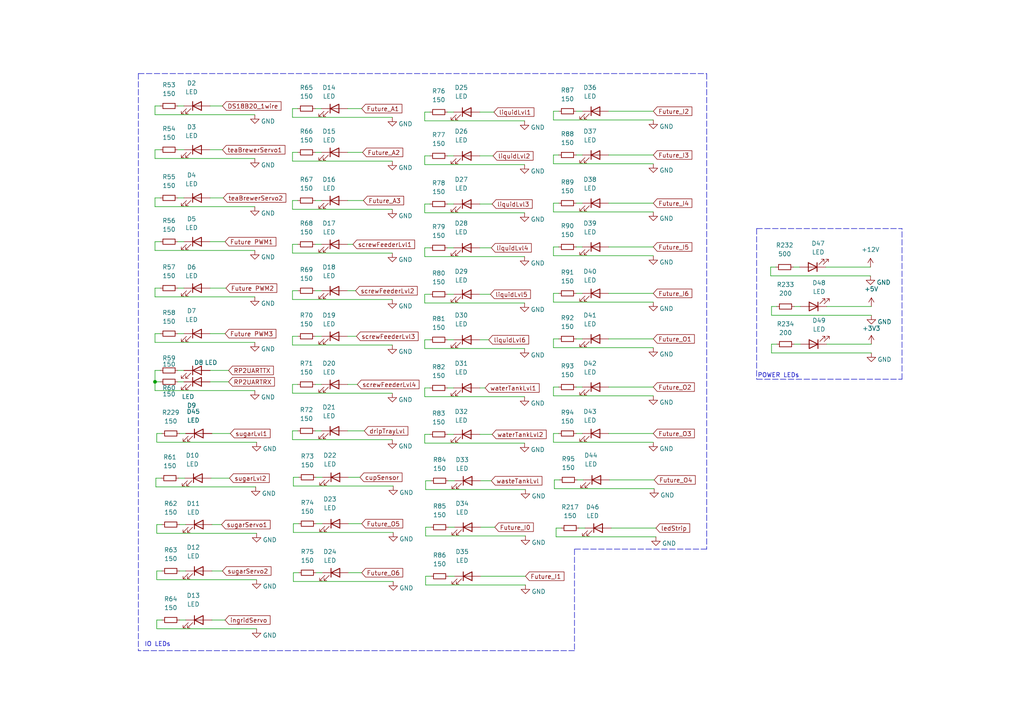
<source format=kicad_sch>
(kicad_sch (version 20231120) (generator "eeschema") (generator_version "8.0")
  (paper "A4")
  (junction (at 44.958 110.744))
  (wire (pts (xy 160.782 141.732) (xy 189.738 141.732)))
  (wire (pts (xy 167.132 32.258) (xy 168.91 32.258)))
  (wire (pts (xy 60.96 83.566) (xy 65.532 83.566)))
  (wire (pts (xy 161.29 155.702) (xy 190.246 155.702)))
  (wire (pts (xy 45.466 168.148) (xy 74.422 168.148)))
  (wire (pts (xy 51.562 96.774) (xy 53.34 96.774)))
  (wire (pts (xy 44.958 43.434) (xy 44.958 45.974)))
  (wire (pts (xy 84.836 44.196) (xy 84.836 46.736)))
  (wire (pts (xy 84.836 100.076) (xy 113.792 100.076)))
  (wire (pts (xy 162.814 153.162) (xy 161.29 153.162)))
  (wire (pts (xy 45.212 138.684) (xy 45.212 141.224)))
  (wire (pts (xy 60.96 57.404) (xy 64.77 57.404)))
  (polyline (pts (xy 40.132 21.336) (xy 204.978 21.336)) (stroke (width 0) (type dash)))
  (wire (pts (xy 84.836 60.706) (xy 113.792 60.706)))
  (polyline (pts (xy 219.456 109.982) (xy 261.62 109.982)) (stroke (width 0) (type dash)))
  (wire (pts (xy 86.36 97.536) (xy 84.836 97.536)))
  (wire (pts (xy 86.36 31.496) (xy 84.836 31.496)))
  (wire (pts (xy 123.19 35.052) (xy 152.146 35.052)))
  (wire (pts (xy 100.838 70.866) (xy 102.362 70.866)))
  (wire (pts (xy 60.96 30.734) (xy 64.516 30.734)))
  (wire (pts (xy 85.09 140.97) (xy 114.046 140.97)))
  (wire (pts (xy 123.19 101.092) (xy 152.146 101.092)))
  (wire (pts (xy 45.466 165.608) (xy 45.466 168.148)))
  (wire (pts (xy 160.782 139.192) (xy 160.782 141.732)))
  (wire (pts (xy 167.132 112.268) (xy 168.91 112.268)))
  (wire (pts (xy 45.466 152.146) (xy 45.466 154.686)))
  (wire (pts (xy 123.19 74.422) (xy 152.146 74.422)))
  (wire (pts (xy 124.714 98.552) (xy 123.19 98.552)))
  (wire (pts (xy 139.192 45.212) (xy 143.002 45.212)))
  (wire (pts (xy 86.36 44.196) (xy 84.836 44.196)))
  (wire (pts (xy 129.794 32.512) (xy 131.572 32.512)))
  (wire (pts (xy 46.99 125.73) (xy 45.466 125.73)))
  (wire (pts (xy 225.298 99.822) (xy 223.774 99.822)))
  (wire (pts (xy 84.836 86.868) (xy 113.792 86.868)))
  (polyline (pts (xy 204.978 159.258) (xy 166.624 159.258)) (stroke (width 0) (type dash)))
  (wire (pts (xy 139.446 167.132) (xy 152.4 167.132)))
  (wire (pts (xy 176.53 58.928) (xy 189.484 58.928)))
  (wire (pts (xy 52.07 125.73) (xy 53.848 125.73)))
  (wire (pts (xy 160.528 71.628) (xy 160.528 74.168)))
  (wire (pts (xy 44.958 30.734) (xy 44.958 33.274)))
  (wire (pts (xy 101.092 166.116) (xy 104.902 166.116)))
  (wire (pts (xy 230.124 77.47) (xy 231.902 77.47)))
  (wire (pts (xy 223.774 91.44) (xy 252.73 91.44)))
  (wire (pts (xy 46.482 96.774) (xy 44.958 96.774)))
  (wire (pts (xy 46.99 152.146) (xy 45.466 152.146)))
  (wire (pts (xy 91.694 138.43) (xy 93.472 138.43)))
  (wire (pts (xy 86.36 58.166) (xy 84.836 58.166)))
  (wire (pts (xy 84.836 46.736) (xy 113.792 46.736)))
  (wire (pts (xy 52.07 152.146) (xy 53.848 152.146)))
  (wire (pts (xy 124.714 71.882) (xy 123.19 71.882)))
  (wire (pts (xy 51.562 70.104) (xy 53.34 70.104)))
  (wire (pts (xy 84.836 34.036) (xy 113.792 34.036)))
  (wire (pts (xy 176.784 139.192) (xy 189.738 139.192)))
  (wire (pts (xy 91.44 44.196) (xy 93.218 44.196)))
  (wire (pts (xy 44.958 57.404) (xy 44.958 59.944)))
  (wire (pts (xy 46.482 43.434) (xy 44.958 43.434)))
  (wire (pts (xy 160.528 100.838) (xy 189.484 100.838)))
  (wire (pts (xy 123.19 61.722) (xy 152.146 61.722)))
  (wire (pts (xy 100.838 111.506) (xy 103.632 111.506)))
  (wire (pts (xy 239.776 99.822) (xy 252.73 99.822)))
  (wire (pts (xy 85.09 168.656) (xy 114.046 168.656)))
  (polyline (pts (xy 261.62 109.982) (xy 261.62 66.294)) (stroke (width 0) (type dash)))
  (wire (pts (xy 139.192 112.522) (xy 140.716 112.522)))
  (wire (pts (xy 84.836 97.536) (xy 84.836 100.076)))
  (wire (pts (xy 44.958 59.944) (xy 73.914 59.944)))
  (wire (pts (xy 162.052 32.258) (xy 160.528 32.258)))
  (wire (pts (xy 46.482 107.442) (xy 44.958 107.442)))
  (wire (pts (xy 129.794 45.212) (xy 131.572 45.212)))
  (wire (pts (xy 84.836 73.406) (xy 113.792 73.406)))
  (wire (pts (xy 130.048 167.132) (xy 131.826 167.132)))
  (polyline (pts (xy 219.456 66.294) (xy 261.62 66.294)) (stroke (width 0) (type dash)))
  (wire (pts (xy 230.378 88.9) (xy 232.156 88.9)))
  (wire (pts (xy 162.052 58.928) (xy 160.528 58.928)))
  (wire (pts (xy 129.794 125.984) (xy 131.572 125.984)))
  (wire (pts (xy 167.132 71.628) (xy 168.91 71.628)))
  (wire (pts (xy 129.794 85.344) (xy 131.572 85.344)))
  (wire (pts (xy 160.528 47.498) (xy 189.484 47.498)))
  (wire (pts (xy 46.736 138.684) (xy 45.212 138.684)))
  (wire (pts (xy 167.894 153.162) (xy 169.672 153.162)))
  (polyline (pts (xy 204.978 21.336) (xy 204.978 159.258)) (stroke (width 0) (type dash)))
  (wire (pts (xy 91.694 151.892) (xy 93.472 151.892)))
  (wire (pts (xy 51.562 30.734) (xy 53.34 30.734)))
  (wire (pts (xy 51.816 138.684) (xy 53.594 138.684)))
  (wire (pts (xy 86.36 70.866) (xy 84.836 70.866)))
  (wire (pts (xy 176.53 44.958) (xy 189.484 44.958)))
  (wire (pts (xy 91.44 124.968) (xy 93.218 124.968)))
  (wire (pts (xy 223.774 88.9) (xy 223.774 91.44)))
  (wire (pts (xy 101.092 138.43) (xy 104.394 138.43)))
  (wire (pts (xy 223.52 77.47) (xy 223.52 80.01)))
  (wire (pts (xy 124.714 85.344) (xy 123.19 85.344)))
  (wire (pts (xy 84.836 111.506) (xy 84.836 114.046)))
  (wire (pts (xy 160.528 61.468) (xy 189.484 61.468)))
  (wire (pts (xy 44.958 99.314) (xy 73.914 99.314)))
  (wire (pts (xy 45.466 154.686) (xy 74.422 154.686)))
  (wire (pts (xy 51.562 43.434) (xy 53.34 43.434)))
  (wire (pts (xy 44.958 70.104) (xy 44.958 72.644)))
  (wire (pts (xy 123.444 155.448) (xy 152.4 155.448)))
  (wire (pts (xy 124.714 45.212) (xy 123.19 45.212)))
  (wire (pts (xy 123.19 98.552) (xy 123.19 101.092)))
  (wire (pts (xy 84.836 84.328) (xy 84.836 86.868)))
  (wire (pts (xy 45.212 141.224) (xy 74.168 141.224)))
  (wire (pts (xy 85.09 138.43) (xy 85.09 140.97)))
  (wire (pts (xy 46.482 70.104) (xy 44.958 70.104)))
  (wire (pts (xy 162.306 139.192) (xy 160.782 139.192)))
  (wire (pts (xy 84.836 124.968) (xy 84.836 127.508)))
  (wire (pts (xy 85.09 151.892) (xy 85.09 154.432)))
  (wire (pts (xy 162.052 71.628) (xy 160.528 71.628)))
  (wire (pts (xy 123.444 169.672) (xy 152.4 169.672)))
  (wire (pts (xy 162.052 112.268) (xy 160.528 112.268)))
  (wire (pts (xy 44.958 113.284) (xy 73.914 113.284)))
  (wire (pts (xy 124.714 32.512) (xy 123.19 32.512)))
  (wire (pts (xy 46.99 165.608) (xy 45.466 165.608)))
  (wire (pts (xy 167.132 125.73) (xy 168.91 125.73)))
  (wire (pts (xy 84.836 114.046) (xy 113.792 114.046)))
  (wire (pts (xy 44.958 96.774) (xy 44.958 99.314)))
  (wire (pts (xy 160.528 44.958) (xy 160.528 47.498)))
  (wire (pts (xy 100.838 44.196) (xy 105.156 44.196)))
  (wire (pts (xy 60.96 43.434) (xy 64.516 43.434)))
  (wire (pts (xy 85.09 166.116) (xy 85.09 168.656)))
  (wire (pts (xy 161.29 153.162) (xy 161.29 155.702)))
  (wire (pts (xy 51.562 57.404) (xy 53.34 57.404)))
  (wire (pts (xy 86.36 111.506) (xy 84.836 111.506)))
  (wire (pts (xy 130.048 152.908) (xy 131.826 152.908)))
  (wire (pts (xy 160.528 32.258) (xy 160.528 34.798)))
  (wire (pts (xy 160.528 128.27) (xy 189.484 128.27)))
  (wire (pts (xy 44.958 45.974) (xy 73.914 45.974)))
  (wire (pts (xy 44.958 72.644) (xy 73.914 72.644)))
  (wire (pts (xy 160.528 87.63) (xy 189.484 87.63)))
  (wire (pts (xy 51.562 107.442) (xy 53.34 107.442)))
  (wire (pts (xy 124.714 112.522) (xy 123.19 112.522)))
  (wire (pts (xy 91.44 70.866) (xy 93.218 70.866)))
  (wire (pts (xy 139.446 152.908) (xy 143.51 152.908)))
  (wire (pts (xy 60.96 107.442) (xy 66.294 107.442)))
  (wire (pts (xy 139.192 98.552) (xy 141.732 98.552)))
  (wire (pts (xy 46.482 110.744) (xy 44.958 110.744)))
  (wire (pts (xy 46.482 83.566) (xy 44.958 83.566)))
  (wire (pts (xy 61.468 179.832) (xy 65.278 179.832)))
  (wire (pts (xy 162.052 44.958) (xy 160.528 44.958)))
  (wire (pts (xy 223.774 102.362) (xy 252.73 102.362)))
  (wire (pts (xy 123.19 125.984) (xy 123.19 128.524)))
  (polyline (pts (xy 40.132 21.336) (xy 40.132 188.722)) (stroke (width 0) (type dash)))
  (wire (pts (xy 124.714 125.984) (xy 123.19 125.984)))
  (wire (pts (xy 139.446 139.446) (xy 142.494 139.446)))
  (wire (pts (xy 162.052 85.09) (xy 160.528 85.09)))
  (wire (pts (xy 46.99 179.832) (xy 45.466 179.832)))
  (wire (pts (xy 91.44 97.536) (xy 93.218 97.536)))
  (wire (pts (xy 139.192 32.512) (xy 143.256 32.512)))
  (wire (pts (xy 225.298 88.9) (xy 223.774 88.9)))
  (wire (pts (xy 129.794 112.522) (xy 131.572 112.522)))
  (wire (pts (xy 61.468 152.146) (xy 64.262 152.146)))
  (polyline (pts (xy 166.624 159.258) (xy 166.624 188.722)) (stroke (width 0) (type dash)))
  (wire (pts (xy 123.19 115.062) (xy 152.146 115.062)))
  (wire (pts (xy 91.44 111.506) (xy 93.218 111.506)))
  (polyline (pts (xy 166.624 188.722) (xy 40.132 188.722)) (stroke (width 0) (type dash)))
  (wire (pts (xy 100.838 84.328) (xy 103.124 84.328)))
  (wire (pts (xy 84.836 70.866) (xy 84.836 73.406)))
  (wire (pts (xy 223.52 80.01) (xy 252.476 80.01)))
  (wire (pts (xy 123.19 71.882) (xy 123.19 74.422)))
  (wire (pts (xy 176.53 112.268) (xy 189.484 112.268)))
  (wire (pts (xy 223.774 99.822) (xy 223.774 102.362)))
  (wire (pts (xy 45.466 179.832) (xy 45.466 182.372)))
  (wire (pts (xy 129.794 98.552) (xy 131.572 98.552)))
  (wire (pts (xy 139.192 71.882) (xy 142.494 71.882)))
  (wire (pts (xy 124.714 59.182) (xy 123.19 59.182)))
  (wire (pts (xy 44.958 86.106) (xy 73.914 86.106)))
  (wire (pts (xy 160.528 74.168) (xy 189.484 74.168)))
  (wire (pts (xy 100.838 31.496) (xy 104.902 31.496)))
  (wire (pts (xy 160.528 85.09) (xy 160.528 87.63)))
  (wire (pts (xy 176.53 32.258) (xy 189.484 32.258)))
  (wire (pts (xy 100.838 124.968) (xy 105.664 124.968)))
  (wire (pts (xy 61.468 165.608) (xy 64.516 165.608)))
  (wire (pts (xy 160.528 98.298) (xy 160.528 100.838)))
  (wire (pts (xy 176.53 85.09) (xy 189.484 85.09)))
  (wire (pts (xy 124.968 152.908) (xy 123.444 152.908)))
  (wire (pts (xy 177.292 153.162) (xy 190.246 153.162)))
  (wire (pts (xy 239.776 88.9) (xy 252.73 88.9)))
  (wire (pts (xy 46.482 30.734) (xy 44.958 30.734)))
  (wire (pts (xy 86.614 166.116) (xy 85.09 166.116)))
  (wire (pts (xy 123.19 87.884) (xy 152.146 87.884)))
  (wire (pts (xy 84.836 58.166) (xy 84.836 60.706)))
  (wire (pts (xy 100.838 97.536) (xy 103.378 97.536)))
  (wire (pts (xy 45.466 128.27) (xy 74.422 128.27)))
  (wire (pts (xy 176.53 98.298) (xy 189.484 98.298)))
  (wire (pts (xy 45.466 125.73) (xy 45.466 128.27)))
  (wire (pts (xy 167.386 139.192) (xy 169.164 139.192)))
  (wire (pts (xy 45.466 182.372) (xy 74.422 182.372)))
  (wire (pts (xy 124.968 167.132) (xy 123.444 167.132)))
  (wire (pts (xy 60.96 70.104) (xy 65.278 70.104)))
  (wire (pts (xy 101.092 151.892) (xy 104.902 151.892)))
  (wire (pts (xy 60.96 110.744) (xy 66.294 110.744)))
  (wire (pts (xy 123.444 139.446) (xy 123.444 141.986)))
  (wire (pts (xy 85.09 154.432) (xy 114.046 154.432)))
  (wire (pts (xy 84.836 127.508) (xy 113.792 127.508)))
  (wire (pts (xy 84.836 31.496) (xy 84.836 34.036)))
  (wire (pts (xy 44.958 83.566) (xy 44.958 86.106)))
  (wire (pts (xy 130.048 139.446) (xy 131.826 139.446)))
  (wire (pts (xy 123.19 45.212) (xy 123.19 47.752)))
  (wire (pts (xy 176.53 125.73) (xy 189.484 125.73)))
  (wire (pts (xy 86.36 84.328) (xy 84.836 84.328)))
  (wire (pts (xy 86.36 124.968) (xy 84.836 124.968)))
  (wire (pts (xy 225.044 77.47) (xy 223.52 77.47)))
  (wire (pts (xy 46.482 57.404) (xy 44.958 57.404)))
  (wire (pts (xy 167.132 44.958) (xy 168.91 44.958)))
  (wire (pts (xy 123.19 59.182) (xy 123.19 61.722)))
  (wire (pts (xy 167.132 98.298) (xy 168.91 98.298)))
  (wire (pts (xy 51.562 110.744) (xy 53.34 110.744)))
  (wire (pts (xy 176.53 71.628) (xy 189.484 71.628)))
  (wire (pts (xy 160.528 112.268) (xy 160.528 114.808)))
  (wire (pts (xy 51.562 83.566) (xy 53.34 83.566)))
  (wire (pts (xy 167.132 58.928) (xy 168.91 58.928)))
  (wire (pts (xy 91.694 166.116) (xy 93.472 166.116)))
  (polyline (pts (xy 219.456 66.294) (xy 219.456 109.982)) (stroke (width 0) (type dash)))
  (wire (pts (xy 86.614 138.43) (xy 85.09 138.43)))
  (wire (pts (xy 52.07 179.832) (xy 53.848 179.832)))
  (wire (pts (xy 162.052 98.298) (xy 160.528 98.298)))
  (wire (pts (xy 52.07 165.608) (xy 53.848 165.608)))
  (wire (pts (xy 230.378 99.822) (xy 232.156 99.822)))
  (wire (pts (xy 160.528 58.928) (xy 160.528 61.468)))
  (wire (pts (xy 123.19 47.752) (xy 152.146 47.752)))
  (wire (pts (xy 44.958 110.744) (xy 44.958 113.284)))
  (wire (pts (xy 123.444 141.986) (xy 152.4 141.986)))
  (wire (pts (xy 129.794 71.882) (xy 131.572 71.882)))
  (wire (pts (xy 86.614 151.892) (xy 85.09 151.892)))
  (wire (pts (xy 91.44 84.328) (xy 93.218 84.328)))
  (wire (pts (xy 44.958 107.442) (xy 44.958 110.744)))
  (wire (pts (xy 239.522 77.47) (xy 252.476 77.47)))
  (wire (pts (xy 123.444 152.908) (xy 123.444 155.448)))
  (wire (pts (xy 160.528 114.808) (xy 189.484 114.808)))
  (wire (pts (xy 123.19 85.344) (xy 123.19 87.884)))
  (wire (pts (xy 139.192 59.182) (xy 142.748 59.182)))
  (wire (pts (xy 139.192 85.344) (xy 142.24 85.344)))
  (wire (pts (xy 139.192 125.984) (xy 142.748 125.984)))
  (wire (pts (xy 124.968 139.446) (xy 123.444 139.446)))
  (wire (pts (xy 61.468 125.73) (xy 66.802 125.73)))
  (wire (pts (xy 91.44 58.166) (xy 93.218 58.166)))
  (wire (pts (xy 123.444 167.132) (xy 123.444 169.672)))
  (wire (pts (xy 44.958 33.274) (xy 73.914 33.274)))
  (wire (pts (xy 61.214 138.684) (xy 66.548 138.684)))
  (wire (pts (xy 60.96 96.774) (xy 65.278 96.774)))
  (wire (pts (xy 129.794 59.182) (xy 131.572 59.182)))
  (wire (pts (xy 162.052 125.73) (xy 160.528 125.73)))
  (wire (pts (xy 160.528 34.798) (xy 189.484 34.798)))
  (wire (pts (xy 123.19 128.524) (xy 152.146 128.524)))
  (wire (pts (xy 100.838 58.166) (xy 105.41 58.166)))
  (wire (pts (xy 123.19 32.512) (xy 123.19 35.052)))
  (wire (pts (xy 91.44 31.496) (xy 93.218 31.496)))
  (wire (pts (xy 160.528 125.73) (xy 160.528 128.27)))
  (wire (pts (xy 167.132 85.09) (xy 168.91 85.09)))
  (wire (pts (xy 123.19 112.522) (xy 123.19 115.062)))
  (text "POWER LEDs" (at 219.71 109.728 0) (effects (font (size 1.27 1.27)) (justify left bottom)))
  (text "IO LEDs" (at 41.91 187.706 0) (effects (font (size 1.27 1.27)) (justify left bottom)))
  (global_label "Future_O2" (shape input) (at 189.484 112.268 0) (property "Intersheetrefs" "${INTERSHEET_REFS}" (effects (hide yes))))
  (global_label "dripTrayLvl" (shape input) (at 105.664 124.968 0) (property "Intersheetrefs" "${INTERSHEET_REFS}" (effects (hide yes))))
  (global_label "DS18B20_1wire" (shape input) (at 64.516 30.734 0) (property "Intersheetrefs" "${INTERSHEET_REFS}" (effects (hide yes))))
  (global_label "Future_I0" (shape input) (at 143.51 152.908 0) (property "Intersheetrefs" "${INTERSHEET_REFS}" (effects (hide yes))))
  (global_label "RP2UARTRX" (shape input) (at 66.294 110.744 0) (property "Intersheetrefs" "${INTERSHEET_REFS}" (effects (hide yes))))
  (global_label "liquidLvl6" (shape input) (at 141.732 98.552 0) (property "Intersheetrefs" "${INTERSHEET_REFS}" (effects (hide yes))))
  (global_label "Future_I1" (shape input) (at 152.4 167.132 0) (property "Intersheetrefs" "${INTERSHEET_REFS}" (effects (hide yes))))
  (global_label "Future_O3" (shape input) (at 189.484 125.73 0) (property "Intersheetrefs" "${INTERSHEET_REFS}" (effects (hide yes))))
  (global_label "Future_I4" (shape input) (at 189.484 58.928 0) (property "Intersheetrefs" "${INTERSHEET_REFS}" (effects (hide yes))))
  (global_label "Future PWM1" (shape input) (at 65.278 70.104 0) (property "Intersheetrefs" "${INTERSHEET_REFS}" (effects (hide yes))))
  (global_label "Future_A2" (shape input) (at 105.156 44.196 0) (property "Intersheetrefs" "${INTERSHEET_REFS}" (effects (hide yes))))
  (global_label "Future_I2" (shape input) (at 189.484 32.258 0) (property "Intersheetrefs" "${INTERSHEET_REFS}" (effects (hide yes))))
  (global_label "Future PWM2" (shape input) (at 65.532 83.566 0) (property "Intersheetrefs" "${INTERSHEET_REFS}" (effects (hide yes))))
  (global_label "screwFeederLvl1" (shape input) (at 102.362 70.866 0) (property "Intersheetrefs" "${INTERSHEET_REFS}" (effects (hide yes))))
  (global_label "Future PWM3" (shape input) (at 65.278 96.774 0) (property "Intersheetrefs" "${INTERSHEET_REFS}" (effects (hide yes))))
  (global_label "wasteTankLvl" (shape input) (at 142.494 139.446 0) (property "Intersheetrefs" "${INTERSHEET_REFS}" (effects (hide yes))))
  (global_label "Future_I5" (shape input) (at 189.484 71.628 0) (property "Intersheetrefs" "${INTERSHEET_REFS}" (effects (hide yes))))
  (global_label "RP2UARTTX" (shape input) (at 66.294 107.442 0) (property "Intersheetrefs" "${INTERSHEET_REFS}" (effects (hide yes))))
  (global_label "Future_I6" (shape input) (at 189.484 85.09 0) (property "Intersheetrefs" "${INTERSHEET_REFS}" (effects (hide yes))))
  (global_label "Future_A3" (shape input) (at 105.41 58.166 0) (property "Intersheetrefs" "${INTERSHEET_REFS}" (effects (hide yes))))
  (global_label "waterTankLvl2" (shape input) (at 142.748 125.984 0) (property "Intersheetrefs" "${INTERSHEET_REFS}" (effects (hide yes))))
  (global_label "screwFeederLvl4" (shape input) (at 103.632 111.506 0) (property "Intersheetrefs" "${INTERSHEET_REFS}" (effects (hide yes))))
  (global_label "liquidLvl2" (shape input) (at 143.002 45.212 0) (property "Intersheetrefs" "${INTERSHEET_REFS}" (effects (hide yes))))
  (global_label "ingridServo" (shape input) (at 65.278 179.832 0) (property "Intersheetrefs" "${INTERSHEET_REFS}" (effects (hide yes))))
  (global_label "cupSensor" (shape input) (at 104.394 138.43 0) (property "Intersheetrefs" "${INTERSHEET_REFS}" (effects (hide yes))))
  (global_label "teaBrewerServo1" (shape input) (at 64.516 43.434 0) (property "Intersheetrefs" "${INTERSHEET_REFS}" (effects (hide yes))))
  (global_label "liquidLvl5" (shape input) (at 142.24 85.344 0) (property "Intersheetrefs" "${INTERSHEET_REFS}" (effects (hide yes))))
  (global_label "liquidLvl1" (shape input) (at 143.256 32.512 0) (property "Intersheetrefs" "${INTERSHEET_REFS}" (effects (hide yes))))
  (global_label "liquidLvl4" (shape input) (at 142.494 71.882 0) (property "Intersheetrefs" "${INTERSHEET_REFS}" (effects (hide yes))))
  (global_label "Future_O4" (shape input) (at 189.738 139.192 0) (property "Intersheetrefs" "${INTERSHEET_REFS}" (effects (hide yes))))
  (global_label "liquidLvl3" (shape input) (at 142.748 59.182 0) (property "Intersheetrefs" "${INTERSHEET_REFS}" (effects (hide yes))))
  (global_label "screwFeederLvl3" (shape input) (at 103.378 97.536 0) (property "Intersheetrefs" "${INTERSHEET_REFS}" (effects (hide yes))))
  (global_label "Future_O6" (shape input) (at 104.902 166.116 0) (property "Intersheetrefs" "${INTERSHEET_REFS}" (effects (hide yes))))
  (global_label "ledStrip" (shape input) (at 190.246 153.162 0) (property "Intersheetrefs" "${INTERSHEET_REFS}" (effects (hide yes))))
  (global_label "Future_O1" (shape input) (at 189.484 98.298 0) (property "Intersheetrefs" "${INTERSHEET_REFS}" (effects (hide yes))))
  (global_label "Future_A1" (shape input) (at 104.902 31.496 0) (property "Intersheetrefs" "${INTERSHEET_REFS}" (effects (hide yes))))
  (global_label "sugarLvl2" (shape input) (at 66.548 138.684 0) (property "Intersheetrefs" "${INTERSHEET_REFS}" (effects (hide yes))))
  (global_label "Future_I3" (shape input) (at 189.484 44.958 0) (property "Intersheetrefs" "${INTERSHEET_REFS}" (effects (hide yes))))
  (global_label "sugarServo1" (shape input) (at 64.262 152.146 0) (property "Intersheetrefs" "${INTERSHEET_REFS}" (effects (hide yes))))
  (global_label "teaBrewerServo2" (shape input) (at 64.77 57.404 0) (property "Intersheetrefs" "${INTERSHEET_REFS}" (effects (hide yes))))
  (global_label "screwFeederLvl2" (shape input) (at 103.124 84.328 0) (property "Intersheetrefs" "${INTERSHEET_REFS}" (effects (hide yes))))
  (global_label "waterTankLvl1" (shape input) (at 140.716 112.522 0) (property "Intersheetrefs" "${INTERSHEET_REFS}" (effects (hide yes))))
  (global_label "sugarServo2" (shape input) (at 64.516 165.608 0) (property "Intersheetrefs" "${INTERSHEET_REFS}" (effects (hide yes))))
  (global_label "Future_O5" (shape input) (at 104.902 151.892 0) (property "Intersheetrefs" "${INTERSHEET_REFS}" (effects (hide yes))))
  (global_label "sugarLvl1" (shape input) (at 66.802 125.73 0) (property "Intersheetrefs" "${INTERSHEET_REFS}" (effects (hide yes))))
  (symbol (lib_id "Library:R_Small") (at 127.254 59.182 90) (unit 1)
    (property "Reference" "R78" (at 127.254 53.086 90))
    (property "Value" "150" (at 127.254 55.626 90))
    (property "Footprint" "Resistor_SMD:R_0603_1608Metric" (effects (hide yes)))
    (property "Description" "Resistor, small symbol" (effects (hide yes)))
  )
  (symbol (lib_id "Library:GND") (at 152.146 35.052 0) (unit 1)
    (property "Reference" "#PWR0256" (effects (hide yes)))
    (property "Value" "GND" (at 155.956 36.957 0))
    (property "Description" "Power symbol creates a global label with name \"GND\" , ground" (effects (hide yes)))
  )
  (symbol (lib_id "Library:LED") (at 97.028 58.166 0) (unit 1)
    (property "Reference" "D16" (at 95.4405 52.07 0))
    (property "Value" "LED" (at 95.4405 54.61 0))
    (property "Footprint" "LED_SMD:LED_0603_1608Metric" (effects (hide yes)))
    (property "Description" "Light emitting diode" (effects (hide yes)))
  )
  (symbol (lib_id "Library:GND") (at 190.246 155.702 0) (unit 1)
    (property "Reference" "#PWR0408" (effects (hide yes)))
    (property "Value" "GND" (at 194.056 157.607 0))
    (property "Description" "Power symbol creates a global label with name \"GND\" , ground" (effects (hide yes)))
  )
  (symbol (lib_id "Library:GND") (at 189.484 34.798 0) (unit 1)
    (property "Reference" "#PWR0262" (effects (hide yes)))
    (property "Value" "GND" (at 193.294 36.703 0))
    (property "Description" "Power symbol creates a global label with name \"GND\" , ground" (effects (hide yes)))
  )
  (symbol (lib_id "Library:GND") (at 252.73 91.44 0) (unit 1)
    (property "Reference" "#PWR0427" (effects (hide yes)))
    (property "Value" "GND" (at 256.54 93.345 0))
    (property "Description" "Power symbol creates a global label with name \"GND\" , ground" (effects (hide yes)))
  )
  (symbol (lib_id "Library:LED") (at 57.15 110.744 0) (unit 1)
    (property "Reference" "D9" (at 55.5625 117.602 0))
    (property "Value" "LED" (at 54.5465 115.062 0))
    (property "Footprint" "LED_SMD:LED_0603_1608Metric" (effects (hide yes)))
    (property "Description" "Light emitting diode" (effects (hide yes)))
  )
  (symbol (lib_id "Library:GND") (at 152.146 87.884 0) (unit 1)
    (property "Reference" "#PWR0273" (effects (hide yes)))
    (property "Value" "GND" (at 155.956 89.789 0))
    (property "Description" "Power symbol creates a global label with name \"GND\" , ground" (effects (hide yes)))
  )
  (symbol (lib_id "Library:GND") (at 152.4 141.986 0) (unit 1)
    (property "Reference" "#PWR0296" (effects (hide yes)))
    (property "Value" "GND" (at 156.21 143.891 0))
    (property "Description" "Power symbol creates a global label with name \"GND\" , ground" (effects (hide yes)))
  )
  (symbol (lib_id "Library:LED") (at 172.72 125.73 0) (unit 1)
    (property "Reference" "D43" (at 171.1325 119.38 0))
    (property "Value" "LED" (at 171.1325 121.92 0))
    (property "Footprint" "LED_SMD:LED_0603_1608Metric" (effects (hide yes)))
    (property "Description" "Light emitting diode" (effects (hide yes)))
  )
  (symbol (lib_id "Library:R_Small") (at 164.592 44.958 90) (unit 1)
    (property "Reference" "R88" (at 164.592 38.862 90))
    (property "Value" "150" (at 164.592 41.402 90))
    (property "Footprint" "Resistor_SMD:R_0603_1608Metric" (effects (hide yes)))
    (property "Description" "Resistor, small symbol" (effects (hide yes)))
  )
  (symbol (lib_id "Library:R_Small") (at 127.508 139.446 90) (unit 1)
    (property "Reference" "R84" (at 127.508 133.35 90))
    (property "Value" "150" (at 127.508 135.89 90))
    (property "Footprint" "Resistor_SMD:R_0603_1608Metric" (effects (hide yes)))
    (property "Description" "Resistor, small symbol" (effects (hide yes)))
  )
  (symbol (lib_id "Library:R_Small") (at 164.592 112.268 90) (unit 1)
    (property "Reference" "R93" (at 164.592 106.172 90))
    (property "Value" "150" (at 164.592 108.712 90))
    (property "Footprint" "Resistor_SMD:R_0603_1608Metric" (effects (hide yes)))
    (property "Description" "Resistor, small symbol" (effects (hide yes)))
  )
  (symbol (lib_id "Library:LED") (at 97.028 31.496 0) (unit 1)
    (property "Reference" "D14" (at 95.4405 25.4 0))
    (property "Value" "LED" (at 95.4405 27.94 0))
    (property "Footprint" "LED_SMD:LED_0603_1608Metric" (effects (hide yes)))
    (property "Description" "Light emitting diode" (effects (hide yes)))
  )
  (symbol (lib_id "Library:LED") (at 57.15 57.404 0) (unit 1)
    (property "Reference" "D4" (at 55.5625 50.8 0))
    (property "Value" "LED" (at 55.5625 53.34 0))
    (property "Footprint" "LED_SMD:LED_0603_1608Metric" (effects (hide yes)))
    (property "Description" "Light emitting diode" (effects (hide yes)))
  )
  (symbol (lib_id "Library:GND") (at 113.792 127.508 0) (unit 1)
    (property "Reference" "#PWR0319" (effects (hide yes)))
    (property "Value" "GND" (at 117.602 129.413 0))
    (property "Description" "Power symbol creates a global label with name \"GND\" , ground" (effects (hide yes)))
  )
  (symbol (lib_id "Library:GND") (at 113.792 46.736 0) (unit 1)
    (property "Reference" "#PWR0249" (effects (hide yes)))
    (property "Value" "GND" (at 117.602 48.641 0))
    (property "Description" "Power symbol creates a global label with name \"GND\" , ground" (effects (hide yes)))
  )
  (symbol (lib_id "Library:R_Small") (at 49.022 110.744 90) (unit 1)
    (property "Reference" "R60" (at 49.022 112.522 90))
    (property "Value" "150" (at 49.022 114.3 90))
    (property "Footprint" "Resistor_SMD:R_0603_1608Metric" (effects (hide yes)))
    (property "Description" "Resistor, small symbol" (effects (hide yes)))
  )
  (symbol (lib_id "Library:GND") (at 152.146 101.092 0) (unit 1)
    (property "Reference" "#PWR0288" (effects (hide yes)))
    (property "Value" "GND" (at 155.956 102.997 0))
    (property "Description" "Power symbol creates a global label with name \"GND\" , ground" (effects (hide yes)))
  )
  (symbol (lib_id "Library:GND") (at 189.484 61.468 0) (unit 1)
    (property "Reference" "#PWR0265" (effects (hide yes)))
    (property "Value" "GND" (at 193.294 63.373 0))
    (property "Description" "Power symbol creates a global label with name \"GND\" , ground" (effects (hide yes)))
  )
  (symbol (lib_id "Library:R_Small") (at 165.354 153.162 90) (unit 1)
    (property "Reference" "R217" (at 165.354 147.066 90))
    (property "Value" "150" (at 165.354 149.606 90))
    (property "Footprint" "Resistor_SMD:R_0603_1608Metric" (effects (hide yes)))
    (property "Description" "Resistor, small symbol" (effects (hide yes)))
  )
  (symbol (lib_id "Library:LED") (at 97.028 111.506 0) (unit 1)
    (property "Reference" "D20" (at 95.4405 105.41 0))
    (property "Value" "LED" (at 95.4405 107.95 0))
    (property "Footprint" "LED_SMD:LED_0603_1608Metric" (effects (hide yes)))
    (property "Description" "Light emitting diode" (effects (hide yes)))
  )
  (symbol (lib_id "Library:R_Small") (at 127.254 112.522 90) (unit 1)
    (property "Reference" "R82" (at 127.254 106.426 90))
    (property "Value" "150" (at 127.254 108.966 90))
    (property "Footprint" "Resistor_SMD:R_0603_1608Metric" (effects (hide yes)))
    (property "Description" "Resistor, small symbol" (effects (hide yes)))
  )
  (symbol (lib_id "Library:R_Small") (at 164.846 139.192 90) (unit 1)
    (property "Reference" "R95" (at 164.846 133.096 90))
    (property "Value" "150" (at 164.846 135.636 90))
    (property "Footprint" "Resistor_SMD:R_0603_1608Metric" (effects (hide yes)))
    (property "Description" "Resistor, small symbol" (effects (hide yes)))
  )
  (symbol (lib_id "Library:R_Small") (at 89.154 138.43 90) (unit 1)
    (property "Reference" "R73" (at 89.154 132.334 90))
    (property "Value" "150" (at 89.154 134.874 90))
    (property "Footprint" "Resistor_SMD:R_0603_1608Metric" (effects (hide yes)))
    (property "Description" "Resistor, small symbol" (effects (hide yes)))
  )
  (symbol (lib_id "Library:GND") (at 73.914 59.944 0) (unit 1)
    (property "Reference" "#PWR0251" (effects (hide yes)))
    (property "Value" "GND" (at 77.724 61.849 0))
    (property "Description" "Power symbol creates a global label with name \"GND\" , ground" (effects (hide yes)))
  )
  (symbol (lib_id "Library:LED") (at 97.028 124.968 0) (unit 1)
    (property "Reference" "D21" (at 95.4405 118.11 0))
    (property "Value" "LED" (at 95.4405 120.65 0))
    (property "Footprint" "LED_SMD:LED_0603_1608Metric" (effects (hide yes)))
    (property "Description" "Light emitting diode" (effects (hide yes)))
  )
  (symbol (lib_id "Library:LED") (at 57.658 152.146 0) (unit 1)
    (property "Reference" "D11" (at 56.0705 146.05 0))
    (property "Value" "LED" (at 56.0705 148.59 0))
    (property "Footprint" "LED_SMD:LED_0603_1608Metric" (effects (hide yes)))
    (property "Description" "Light emitting diode" (effects (hide yes)))
  )
  (symbol (lib_id "Library:R_Small") (at 227.584 77.47 90) (unit 1)
    (property "Reference" "R232" (at 227.584 71.12 90))
    (property "Value" "500" (at 227.584 73.66 90))
    (property "Footprint" "Resistor_SMD:R_0603_1608Metric" (effects (hide yes)))
    (property "Description" "Resistor, small symbol" (effects (hide yes)))
  )
  (symbol (lib_id "Library:GND") (at 73.914 45.974 0) (unit 1)
    (property "Reference" "#PWR0252" (effects (hide yes)))
    (property "Value" "GND" (at 77.724 47.879 0))
    (property "Description" "Power symbol creates a global label with name \"GND\" , ground" (effects (hide yes)))
  )
  (symbol (lib_id "Library:GND") (at 189.484 128.27 0) (unit 1)
    (property "Reference" "#PWR0280" (effects (hide yes)))
    (property "Value" "GND" (at 193.294 130.175 0))
    (property "Description" "Power symbol creates a global label with name \"GND\" , ground" (effects (hide yes)))
  )
  (symbol (lib_id "Library:R_Small") (at 164.592 58.928 90) (unit 1)
    (property "Reference" "R89" (at 164.592 52.832 90))
    (property "Value" "150" (at 164.592 55.372 90))
    (property "Footprint" "Resistor_SMD:R_0603_1608Metric" (effects (hide yes)))
    (property "Description" "Resistor, small symbol" (effects (hide yes)))
  )
  (symbol (lib_id "Library:LED") (at 57.15 43.434 0) (unit 1)
    (property "Reference" "D3" (at 55.5625 36.83 0))
    (property "Value" "LED" (at 55.5625 39.37 0))
    (property "Footprint" "LED_SMD:LED_0603_1608Metric" (effects (hide yes)))
    (property "Description" "Light emitting diode" (effects (hide yes)))
  )
  (symbol (lib_id "Library:LED") (at 135.636 152.908 0) (unit 1)
    (property "Reference" "D34" (at 134.0485 146.05 0))
    (property "Value" "LED" (at 134.0485 148.59 0))
    (property "Footprint" "LED_SMD:LED_0603_1608Metric" (effects (hide yes)))
    (property "Description" "Light emitting diode" (effects (hide yes)))
  )
  (symbol (lib_id "Library:LED") (at 57.15 83.566 0) (unit 1)
    (property "Reference" "D6" (at 55.5625 77.47 0))
    (property "Value" "LED" (at 55.5625 80.01 0))
    (property "Footprint" "LED_SMD:LED_0603_1608Metric" (effects (hide yes)))
    (property "Description" "Light emitting diode" (effects (hide yes)))
  )
  (symbol (lib_id "Library:LED") (at 97.282 151.892 0) (unit 1)
    (property "Reference" "D23" (at 95.6945 144.78 0))
    (property "Value" "LED" (at 95.6945 147.32 0))
    (property "Footprint" "LED_SMD:LED_0603_1608Metric" (effects (hide yes)))
    (property "Description" "Light emitting diode" (effects (hide yes)))
  )
  (symbol (lib_id "Library:R_Small") (at 49.53 152.146 90) (unit 1)
    (property "Reference" "R62" (at 49.53 146.05 90))
    (property "Value" "150" (at 49.53 148.59 90))
    (property "Footprint" "Resistor_SMD:R_0603_1608Metric" (effects (hide yes)))
    (property "Description" "Resistor, small symbol" (effects (hide yes)))
  )
  (symbol (lib_id "Library:R_Small") (at 164.592 125.73 90) (unit 1)
    (property "Reference" "R94" (at 164.592 119.634 90))
    (property "Value" "150" (at 164.592 122.174 90))
    (property "Footprint" "Resistor_SMD:R_0603_1608Metric" (effects (hide yes)))
    (property "Description" "Resistor, small symbol" (effects (hide yes)))
  )
  (symbol (lib_id "Library:LED") (at 135.382 32.512 0) (unit 1)
    (property "Reference" "D25" (at 133.7945 25.4 0))
    (property "Value" "LED" (at 133.7945 27.94 0))
    (property "Footprint" "LED_SMD:LED_0603_1608Metric" (effects (hide yes)))
    (property "Description" "Light emitting diode" (effects (hide yes)))
  )
  (symbol (lib_id "Library:LED") (at 135.636 139.446 0) (unit 1)
    (property "Reference" "D33" (at 134.0485 133.35 0))
    (property "Value" "LED" (at 134.0485 135.89 0))
    (property "Footprint" "LED_SMD:LED_0603_1608Metric" (effects (hide yes)))
    (property "Description" "Light emitting diode" (effects (hide yes)))
  )
  (symbol (lib_id "Library:R_Small") (at 127.508 152.908 90) (unit 1)
    (property "Reference" "R85" (at 127.508 146.812 90))
    (property "Value" "150" (at 127.508 149.352 90))
    (property "Footprint" "Resistor_SMD:R_0603_1608Metric" (effects (hide yes)))
    (property "Description" "Resistor, small symbol" (effects (hide yes)))
  )
  (symbol (lib_id "Library:R_Small") (at 127.254 71.882 90) (unit 1)
    (property "Reference" "R79" (at 127.254 65.786 90))
    (property "Value" "150" (at 127.254 68.326 90))
    (property "Footprint" "Resistor_SMD:R_0603_1608Metric" (effects (hide yes)))
    (property "Description" "Resistor, small symbol" (effects (hide yes)))
  )
  (symbol (lib_id "Library:R_Small") (at 164.592 85.09 90) (unit 1)
    (property "Reference" "R91" (at 164.592 78.994 90))
    (property "Value" "150" (at 164.592 81.534 90))
    (property "Footprint" "Resistor_SMD:R_0603_1608Metric" (effects (hide yes)))
    (property "Description" "Resistor, small symbol" (effects (hide yes)))
  )
  (symbol (lib_id "Library:LED") (at 172.974 139.192 0) (unit 1)
    (property "Reference" "D44" (at 171.3865 132.08 0))
    (property "Value" "LED" (at 171.3865 134.62 0))
    (property "Footprint" "LED_SMD:LED_0603_1608Metric" (effects (hide yes)))
    (property "Description" "Light emitting diode" (effects (hide yes)))
  )
  (symbol (lib_id "Library:R_Small") (at 164.592 98.298 90) (unit 1)
    (property "Reference" "R92" (at 164.592 92.202 90))
    (property "Value" "150" (at 164.592 94.742 90))
    (property "Footprint" "Resistor_SMD:R_0603_1608Metric" (effects (hide yes)))
    (property "Description" "Resistor, small symbol" (effects (hide yes)))
  )
  (symbol (lib_id "Library:GND") (at 152.146 115.062 0) (unit 1)
    (property "Reference" "#PWR0283" (effects (hide yes)))
    (property "Value" "GND" (at 155.956 116.967 0))
    (property "Description" "Power symbol creates a global label with name \"GND\" , ground" (effects (hide yes)))
  )
  (symbol (lib_id "Library:R_Small") (at 49.022 96.774 90) (unit 1)
    (property "Reference" "R58" (at 49.022 90.678 90))
    (property "Value" "150" (at 49.022 93.218 90))
    (property "Footprint" "Resistor_SMD:R_0603_1608Metric" (effects (hide yes)))
    (property "Description" "Resistor, small symbol" (effects (hide yes)))
  )
  (symbol (lib_id "Library:R_Small") (at 88.9 58.166 90) (unit 1)
    (property "Reference" "R67" (at 88.9 52.07 90))
    (property "Value" "150" (at 88.9 54.61 90))
    (property "Footprint" "Resistor_SMD:R_0603_1608Metric" (effects (hide yes)))
    (property "Description" "Resistor, small symbol" (effects (hide yes)))
  )
  (symbol (lib_id "Library:LED") (at 57.404 138.684 0) (unit 1)
    (property "Reference" "D10" (at 55.8165 132.08 0))
    (property "Value" "LED" (at 55.8165 134.62 0))
    (property "Footprint" "LED_SMD:LED_0603_1608Metric" (effects (hide yes)))
    (property "Description" "Light emitting diode" (effects (hide yes)))
  )
  (symbol (lib_id "Library:GND") (at 74.422 128.27 0) (unit 1)
    (property "Reference" "#PWR0411" (effects (hide yes)))
    (property "Value" "GND" (at 78.232 130.175 0))
    (property "Description" "Power symbol creates a global label with name \"GND\" , ground" (effects (hide yes)))
  )
  (symbol (lib_id "Library:GND") (at 114.046 140.97 0) (unit 1)
    (property "Reference" "#PWR0308" (effects (hide yes)))
    (property "Value" "GND" (at 117.856 142.875 0))
    (property "Description" "Power symbol creates a global label with name \"GND\" , ground" (effects (hide yes)))
  )
  (symbol (lib_id "Library:GND") (at 114.046 154.432 0) (unit 1)
    (property "Reference" "#PWR0307" (effects (hide yes)))
    (property "Value" "GND" (at 117.856 156.337 0))
    (property "Description" "Power symbol creates a global label with name \"GND\" , ground" (effects (hide yes)))
  )
  (symbol (lib_id "Library:LED") (at 173.482 153.162 0) (unit 1)
    (property "Reference" "D46" (at 171.8945 147.066 0))
    (property "Value" "LED" (at 171.8945 149.606 0))
    (property "Footprint" "LED_SMD:LED_0603_1608Metric" (effects (hide yes)))
    (property "Description" "Light emitting diode" (effects (hide yes)))
  )
  (symbol (lib_id "Library:LED") (at 135.636 167.132 0) (unit 1)
    (property "Reference" "D35" (at 134.0485 160.02 0))
    (property "Value" "LED" (at 134.0485 162.56 0))
    (property "Footprint" "LED_SMD:LED_0603_1608Metric" (effects (hide yes)))
    (property "Description" "Light emitting diode" (effects (hide yes)))
  )
  (symbol (lib_id "Library:+12V") (at 252.476 77.47 0) (unit 1)
    (property "Reference" "#PWR0428" (effects (hide yes)))
    (property "Value" "+12V" (at 252.476 72.39 0))
    (property "Description" "Power symbol creates a global label with name \"+12V\"" (effects (hide yes)))
  )
  (symbol (lib_id "Library:R_Small") (at 164.592 32.258 90) (unit 1)
    (property "Reference" "R87" (at 164.592 26.162 90))
    (property "Value" "150" (at 164.592 28.702 90))
    (property "Footprint" "Resistor_SMD:R_0603_1608Metric" (effects (hide yes)))
    (property "Description" "Resistor, small symbol" (effects (hide yes)))
  )
  (symbol (lib_id "Library:LED") (at 235.966 88.9 180) (unit 1)
    (property "Reference" "D48" (at 237.5535 82.042 0))
    (property "Value" "LED" (at 237.5535 84.582 0))
    (property "Footprint" "LED_SMD:LED_0603_1608Metric" (effects (hide yes)))
    (property "Description" "Light emitting diode" (effects (hide yes)))
  )
  (symbol (lib_id "Library:LED") (at 57.658 165.608 0) (unit 1)
    (property "Reference" "D12" (at 56.0705 158.75 0))
    (property "Value" "LED" (at 56.0705 161.29 0))
    (property "Footprint" "LED_SMD:LED_0603_1608Metric" (effects (hide yes)))
    (property "Description" "Light emitting diode" (effects (hide yes)))
  )
  (symbol (lib_id "Library:R_Small") (at 49.022 30.734 90) (unit 1)
    (property "Reference" "R53" (at 49.022 24.638 90))
    (property "Value" "150" (at 49.022 27.178 90))
    (property "Footprint" "Resistor_SMD:R_0603_1608Metric" (effects (hide yes)))
    (property "Description" "Resistor, small symbol" (effects (hide yes)))
  )
  (symbol (lib_id "Library:R_Small") (at 49.022 43.434 90) (unit 1)
    (property "Reference" "R54" (at 49.022 37.338 90))
    (property "Value" "150" (at 49.022 39.878 90))
    (property "Footprint" "Resistor_SMD:R_0603_1608Metric" (effects (hide yes)))
    (property "Description" "Resistor, small symbol" (effects (hide yes)))
  )
  (symbol (lib_id "Library:LED") (at 97.282 138.43 0) (unit 1)
    (property "Reference" "D22" (at 95.6945 132.08 0))
    (property "Value" "LED" (at 95.6945 134.62 0))
    (property "Footprint" "LED_SMD:LED_0603_1608Metric" (effects (hide yes)))
    (property "Description" "Light emitting diode" (effects (hide yes)))
  )
  (symbol (lib_id "Library:R_Small") (at 127.254 32.512 90) (unit 1)
    (property "Reference" "R76" (at 127.254 26.416 90))
    (property "Value" "150" (at 127.254 28.956 90))
    (property "Footprint" "Resistor_SMD:R_0603_1608Metric" (effects (hide yes)))
    (property "Description" "Resistor, small symbol" (effects (hide yes)))
  )
  (symbol (lib_id "Library:GND") (at 113.792 114.046 0) (unit 1)
    (property "Reference" "#PWR0317" (effects (hide yes)))
    (property "Value" "GND" (at 117.602 115.951 0))
    (property "Description" "Power symbol creates a global label with name \"GND\" , ground" (effects (hide yes)))
  )
  (symbol (lib_id "Library:LED") (at 97.028 84.328 0) (unit 1)
    (property "Reference" "D18" (at 95.4405 77.47 0))
    (property "Value" "LED" (at 95.4405 80.01 0))
    (property "Footprint" "LED_SMD:LED_0603_1608Metric" (effects (hide yes)))
    (property "Description" "Light emitting diode" (effects (hide yes)))
  )
  (symbol (lib_id "Library:LED") (at 172.72 112.268 0) (unit 1)
    (property "Reference" "D42" (at 171.1325 105.41 0))
    (property "Value" "LED" (at 171.1325 107.95 0))
    (property "Footprint" "LED_SMD:LED_0603_1608Metric" (effects (hide yes)))
    (property "Description" "Light emitting diode" (effects (hide yes)))
  )
  (symbol (lib_id "Library:R_Small") (at 227.838 99.822 90) (unit 1)
    (property "Reference" "R234" (at 227.838 93.98 90))
    (property "Value" "200" (at 227.838 96.52 90))
    (property "Footprint" "Resistor_SMD:R_0603_1608Metric" (effects (hide yes)))
    (property "Description" "Resistor, small symbol" (effects (hide yes)))
  )
  (symbol (lib_id "Library:LED") (at 57.15 70.104 0) (unit 1)
    (property "Reference" "D5" (at 55.5625 63.5 0))
    (property "Value" "LED" (at 55.5625 66.04 0))
    (property "Footprint" "LED_SMD:LED_0603_1608Metric" (effects (hide yes)))
    (property "Description" "Light emitting diode" (effects (hide yes)))
  )
  (symbol (lib_id "Library:GND") (at 113.792 73.406 0) (unit 1)
    (property "Reference" "#PWR0250" (effects (hide yes)))
    (property "Value" "GND" (at 117.602 75.311 0))
    (property "Description" "Power symbol creates a global label with name \"GND\" , ground" (effects (hide yes)))
  )
  (symbol (lib_id "Library:GND") (at 189.484 100.838 0) (unit 1)
    (property "Reference" "#PWR0271" (effects (hide yes)))
    (property "Value" "GND" (at 193.294 102.743 0))
    (property "Description" "Power symbol creates a global label with name \"GND\" , ground" (effects (hide yes)))
  )
  (symbol (lib_id "Library:R_Small") (at 88.9 97.536 90) (unit 1)
    (property "Reference" "R70" (at 88.9 91.44 90))
    (property "Value" "150" (at 88.9 93.98 90))
    (property "Footprint" "Resistor_SMD:R_0603_1608Metric" (effects (hide yes)))
    (property "Description" "Resistor, small symbol" (effects (hide yes)))
  )
  (symbol (lib_id "Library:GND") (at 152.146 74.422 0) (unit 1)
    (property "Reference" "#PWR0278" (effects (hide yes)))
    (property "Value" "GND" (at 155.956 76.327 0))
    (property "Description" "Power symbol creates a global label with name \"GND\" , ground" (effects (hide yes)))
  )
  (symbol (lib_id "Library:R_Small") (at 127.254 85.344 90) (unit 1)
    (property "Reference" "R80" (at 127.254 79.248 90))
    (property "Value" "150" (at 127.254 81.788 90))
    (property "Footprint" "Resistor_SMD:R_0603_1608Metric" (effects (hide yes)))
    (property "Description" "Resistor, small symbol" (effects (hide yes)))
  )
  (symbol (lib_id "Library:LED") (at 135.382 112.522 0) (unit 1)
    (property "Reference" "D31" (at 133.7945 105.41 0))
    (property "Value" "LED" (at 133.7945 107.95 0))
    (property "Footprint" "LED_SMD:LED_0603_1608Metric" (effects (hide yes)))
    (property "Description" "Light emitting diode" (effects (hide yes)))
  )
  (symbol (lib_id "Library:R_Small") (at 127.254 45.212 90) (unit 1)
    (property "Reference" "R77" (at 127.254 39.116 90))
    (property "Value" "150" (at 127.254 41.656 90))
    (property "Footprint" "Resistor_SMD:R_0603_1608Metric" (effects (hide yes)))
    (property "Description" "Resistor, small symbol" (effects (hide yes)))
  )
  (symbol (lib_id "Library:GND") (at 73.914 86.106 0) (unit 1)
    (property "Reference" "#PWR0242" (effects (hide yes)))
    (property "Value" "GND" (at 77.724 88.011 0))
    (property "Description" "Power symbol creates a global label with name \"GND\" , ground" (effects (hide yes)))
  )
  (symbol (lib_id "Library:LED") (at 135.382 98.552 0) (unit 1)
    (property "Reference" "D30" (at 133.7945 91.44 0))
    (property "Value" "LED" (at 133.7945 93.98 0))
    (property "Footprint" "LED_SMD:LED_0603_1608Metric" (effects (hide yes)))
    (property "Description" "Light emitting diode" (effects (hide yes)))
  )
  (symbol (lib_id "Library:R_Small") (at 49.022 83.566 90) (unit 1)
    (property "Reference" "R57" (at 49.022 77.47 90))
    (property "Value" "150" (at 49.022 80.01 90))
    (property "Footprint" "Resistor_SMD:R_0603_1608Metric" (effects (hide yes)))
    (property "Description" "Resistor, small symbol" (effects (hide yes)))
  )
  (symbol (lib_id "Library:R_Small") (at 89.154 166.116 90) (unit 1)
    (property "Reference" "R75" (at 89.154 160.02 90))
    (property "Value" "150" (at 89.154 162.56 90))
    (property "Footprint" "Resistor_SMD:R_0603_1608Metric" (effects (hide yes)))
    (property "Description" "Resistor, small symbol" (effects (hide yes)))
  )
  (symbol (lib_id "Library:LED") (at 172.72 32.258 0) (unit 1)
    (property "Reference" "D36" (at 171.1325 25.4 0))
    (property "Value" "LED" (at 171.1325 27.94 0))
    (property "Footprint" "LED_SMD:LED_0603_1608Metric" (effects (hide yes)))
    (property "Description" "Light emitting diode" (effects (hide yes)))
  )
  (symbol (lib_id "Library:R_Small") (at 88.9 111.506 90) (unit 1)
    (property "Reference" "R71" (at 88.9 105.41 90))
    (property "Value" "150" (at 88.9 107.95 90))
    (property "Footprint" "Resistor_SMD:R_0603_1608Metric" (effects (hide yes)))
    (property "Description" "Resistor, small symbol" (effects (hide yes)))
  )
  (symbol (lib_id "Library:LED") (at 172.72 98.298 0) (unit 1)
    (property "Reference" "D41" (at 171.1325 91.44 0))
    (property "Value" "LED" (at 171.1325 93.98 0))
    (property "Footprint" "LED_SMD:LED_0603_1608Metric" (effects (hide yes)))
    (property "Description" "Light emitting diode" (effects (hide yes)))
  )
  (symbol (lib_id "Library:GND") (at 152.146 61.722 0) (unit 1)
    (property "Reference" "#PWR0277" (effects (hide yes)))
    (property "Value" "GND" (at 155.956 63.627 0))
    (property "Description" "Power symbol creates a global label with name \"GND\" , ground" (effects (hide yes)))
  )
  (symbol (lib_id "Library:R_Small") (at 49.53 165.608 90) (unit 1)
    (property "Reference" "R63" (at 49.53 159.512 90))
    (property "Value" "150" (at 49.53 162.052 90))
    (property "Footprint" "Resistor_SMD:R_0603_1608Metric" (effects (hide yes)))
    (property "Description" "Resistor, small symbol" (effects (hide yes)))
  )
  (symbol (lib_id "Library:GND") (at 113.792 60.706 0) (unit 1)
    (property "Reference" "#PWR0247" (effects (hide yes)))
    (property "Value" "GND" (at 117.602 62.611 0))
    (property "Description" "Power symbol creates a global label with name \"GND\" , ground" (effects (hide yes)))
  )
  (symbol (lib_id "Library:LED") (at 97.028 97.536 0) (unit 1)
    (property "Reference" "D19" (at 95.4405 91.44 0))
    (property "Value" "LED" (at 95.4405 93.98 0))
    (property "Footprint" "LED_SMD:LED_0603_1608Metric" (effects (hide yes)))
    (property "Description" "Light emitting diode" (effects (hide yes)))
  )
  (symbol (lib_id "Library:LED") (at 97.282 166.116 0) (unit 1)
    (property "Reference" "D24" (at 95.6945 160.02 0))
    (property "Value" "LED" (at 95.6945 162.56 0))
    (property "Footprint" "LED_SMD:LED_0603_1608Metric" (effects (hide yes)))
    (property "Description" "Light emitting diode" (effects (hide yes)))
  )
  (symbol (lib_id "Library:LED") (at 135.382 59.182 0) (unit 1)
    (property "Reference" "D27" (at 133.7945 52.07 0))
    (property "Value" "LED" (at 133.7945 54.61 0))
    (property "Footprint" "LED_SMD:LED_0603_1608Metric" (effects (hide yes)))
    (property "Description" "Light emitting diode" (effects (hide yes)))
  )
  (symbol (lib_id "Library:LED") (at 135.382 125.984 0) (unit 1)
    (property "Reference" "D32" (at 133.7945 119.38 0))
    (property "Value" "LED" (at 133.7945 121.92 0))
    (property "Footprint" "LED_SMD:LED_0603_1608Metric" (effects (hide yes)))
    (property "Description" "Light emitting diode" (effects (hide yes)))
  )
  (symbol (lib_id "Library:R_Small") (at 127.254 98.552 90) (unit 1)
    (property "Reference" "R81" (at 127.254 92.456 90))
    (property "Value" "150" (at 127.254 94.996 90))
    (property "Footprint" "Resistor_SMD:R_0603_1608Metric" (effects (hide yes)))
    (property "Description" "Resistor, small symbol" (effects (hide yes)))
  )
  (symbol (lib_id "Library:GND") (at 74.168 141.224 0) (unit 1)
    (property "Reference" "#PWR0304" (effects (hide yes)))
    (property "Value" "GND" (at 77.978 143.129 0))
    (property "Description" "Power symbol creates a global label with name \"GND\" , ground" (effects (hide yes)))
  )
  (symbol (lib_id "Library:R_Small") (at 49.53 125.73 90) (unit 1)
    (property "Reference" "R229" (at 49.53 119.634 90))
    (property "Value" "150" (at 49.53 122.174 90))
    (property "Footprint" "Resistor_SMD:R_0603_1608Metric" (effects (hide yes)))
    (property "Description" "Resistor, small symbol" (effects (hide yes)))
  )
  (symbol (lib_id "Library:R_Small") (at 89.154 151.892 90) (unit 1)
    (property "Reference" "R74" (at 89.154 145.796 90))
    (property "Value" "150" (at 89.154 148.336 90))
    (property "Footprint" "Resistor_SMD:R_0603_1608Metric" (effects (hide yes)))
    (property "Description" "Resistor, small symbol" (effects (hide yes)))
  )
  (symbol (lib_id "Library:GND") (at 152.4 155.448 0) (unit 1)
    (property "Reference" "#PWR0292" (effects (hide yes)))
    (property "Value" "GND" (at 156.21 157.353 0))
    (property "Description" "Power symbol creates a global label with name \"GND\" , ground" (effects (hide yes)))
  )
  (symbol (lib_id "Library:GND") (at 73.914 99.314 0) (unit 1)
    (property "Reference" "#PWR0315" (effects (hide yes)))
    (property "Value" "GND" (at 77.724 101.219 0))
    (property "Description" "Power symbol creates a global label with name \"GND\" , ground" (effects (hide yes)))
  )
  (symbol (lib_id "Library:GND") (at 152.4 169.672 0) (unit 1)
    (property "Reference" "#PWR0294" (effects (hide yes)))
    (property "Value" "GND" (at 156.21 171.577 0))
    (property "Description" "Power symbol creates a global label with name \"GND\" , ground" (effects (hide yes)))
  )
  (symbol (lib_id "Library:R_Small") (at 88.9 31.496 90) (unit 1)
    (property "Reference" "R65" (at 88.9 25.4 90))
    (property "Value" "150" (at 88.9 27.94 90))
    (property "Footprint" "Resistor_SMD:R_0603_1608Metric" (effects (hide yes)))
    (property "Description" "Resistor, small symbol" (effects (hide yes)))
  )
  (symbol (lib_id "Library:GND") (at 113.792 34.036 0) (unit 1)
    (property "Reference" "#PWR0257" (effects (hide yes)))
    (property "Value" "GND" (at 117.602 35.941 0))
    (property "Description" "Power symbol creates a global label with name \"GND\" , ground" (effects (hide yes)))
  )
  (symbol (lib_id "Library:GND") (at 74.422 154.686 0) (unit 1)
    (property "Reference" "#PWR0300" (effects (hide yes)))
    (property "Value" "GND" (at 78.232 156.591 0))
    (property "Description" "Power symbol creates a global label with name \"GND\" , ground" (effects (hide yes)))
  )
  (symbol (lib_id "Library:R_Small") (at 49.022 107.442 90) (unit 1)
    (property "Reference" "R59" (at 49.022 103.886 90))
    (property "Value" "150" (at 49.022 105.664 90))
    (property "Footprint" "Resistor_SMD:R_0603_1608Metric" (effects (hide yes)))
    (property "Description" "Resistor, small symbol" (effects (hide yes)))
  )
  (symbol (lib_id "Library:LED") (at 172.72 44.958 0) (unit 1)
    (property "Reference" "D37" (at 171.1325 38.1 0))
    (property "Value" "LED" (at 171.1325 40.64 0))
    (property "Footprint" "LED_SMD:LED_0603_1608Metric" (effects (hide yes)))
    (property "Description" "Light emitting diode" (effects (hide yes)))
  )
  (symbol (lib_id "Library:LED") (at 172.72 71.628 0) (unit 1)
    (property "Reference" "D39" (at 171.1325 64.77 0))
    (property "Value" "LED" (at 171.1325 67.31 0))
    (property "Footprint" "LED_SMD:LED_0603_1608Metric" (effects (hide yes)))
    (property "Description" "Light emitting diode" (effects (hide yes)))
  )
  (symbol (lib_id "Library:+3V3") (at 252.73 99.822 0) (unit 1)
    (property "Reference" "#PWR0430" (effects (hide yes)))
    (property "Value" "+3V3" (at 252.73 95.25 0))
    (property "Description" "Power symbol creates a global label with name \"+3V3\"" (effects (hide yes)))
  )
  (symbol (lib_id "Library:GND") (at 152.146 47.752 0) (unit 1)
    (property "Reference" "#PWR0260" (effects (hide yes)))
    (property "Value" "GND" (at 155.956 49.657 0))
    (property "Description" "Power symbol creates a global label with name \"GND\" , ground" (effects (hide yes)))
  )
  (symbol (lib_id "Library:R_Small") (at 127.508 167.132 90) (unit 1)
    (property "Reference" "R86" (at 127.508 161.036 90))
    (property "Value" "150" (at 127.508 163.576 90))
    (property "Footprint" "Resistor_SMD:R_0603_1608Metric" (effects (hide yes)))
    (property "Description" "Resistor, small symbol" (effects (hide yes)))
  )
  (symbol (lib_id "Library:GND") (at 113.792 100.076 0) (unit 1)
    (property "Reference" "#PWR0312" (effects (hide yes)))
    (property "Value" "GND" (at 117.602 101.981 0))
    (property "Description" "Power symbol creates a global label with name \"GND\" , ground" (effects (hide yes)))
  )
  (symbol (lib_id "Library:R_Small") (at 88.9 70.866 90) (unit 1)
    (property "Reference" "R68" (at 88.9 64.77 90))
    (property "Value" "150" (at 88.9 67.31 90))
    (property "Footprint" "Resistor_SMD:R_0603_1608Metric" (effects (hide yes)))
    (property "Description" "Resistor, small symbol" (effects (hide yes)))
  )
  (symbol (lib_id "Library:R_Small") (at 88.9 44.196 90) (unit 1)
    (property "Reference" "R66" (at 88.9 38.1 90))
    (property "Value" "150" (at 88.9 40.64 90))
    (property "Footprint" "Resistor_SMD:R_0603_1608Metric" (effects (hide yes)))
    (property "Description" "Resistor, small symbol" (effects (hide yes)))
  )
  (symbol (lib_id "Library:LED") (at 57.658 125.73 0) (unit 1)
    (property "Reference" "D45" (at 56.0705 119.38 0))
    (property "Value" "LED" (at 56.0705 121.92 0))
    (property "Footprint" "LED_SMD:LED_0603_1608Metric" (effects (hide yes)))
    (property "Description" "Light emitting diode" (effects (hide yes)))
  )
  (symbol (lib_id "Library:LED") (at 57.15 96.774 0) (unit 1)
    (property "Reference" "D7" (at 55.5625 90.17 0))
    (property "Value" "LED" (at 55.5625 92.71 0))
    (property "Footprint" "LED_SMD:LED_0603_1608Metric" (effects (hide yes)))
    (property "Description" "Light emitting diode" (effects (hide yes)))
  )
  (symbol (lib_id "Library:R_Small") (at 227.838 88.9 90) (unit 1)
    (property "Reference" "R233" (at 227.838 82.55 90))
    (property "Value" "200" (at 227.838 85.09 90))
    (property "Footprint" "Resistor_SMD:R_0603_1608Metric" (effects (hide yes)))
    (property "Description" "Resistor, small symbol" (effects (hide yes)))
  )
  (symbol (lib_id "Library:LED") (at 235.712 77.47 180) (unit 1)
    (property "Reference" "D47" (at 237.2995 70.612 0))
    (property "Value" "LED" (at 237.2995 73.152 0))
    (property "Footprint" "LED_SMD:LED_0603_1608Metric" (effects (hide yes)))
    (property "Description" "Light emitting diode" (effects (hide yes)))
  )
  (symbol (lib_id "Library:GND") (at 74.422 168.148 0) (unit 1)
    (property "Reference" "#PWR0299" (effects (hide yes)))
    (property "Value" "GND" (at 78.232 170.053 0))
    (property "Description" "Power symbol creates a global label with name \"GND\" , ground" (effects (hide yes)))
  )
  (symbol (lib_id "Library:LED") (at 57.15 30.734 0) (unit 1)
    (property "Reference" "D2" (at 55.5625 24.13 0))
    (property "Value" "LED" (at 55.5625 26.67 0))
    (property "Footprint" "LED_SMD:LED_0603_1608Metric" (effects (hide yes)))
    (property "Description" "Light emitting diode" (effects (hide yes)))
  )
  (symbol (lib_id "Library:LED") (at 135.382 85.344 0) (unit 1)
    (property "Reference" "D29" (at 133.7945 78.74 0))
    (property "Value" "LED" (at 133.7945 81.28 0))
    (property "Footprint" "LED_SMD:LED_0603_1608Metric" (effects (hide yes)))
    (property "Description" "Light emitting diode" (effects (hide yes)))
  )
  (symbol (lib_id "Library:GND") (at 252.73 102.362 0) (unit 1)
    (property "Reference" "#PWR0429" (effects (hide yes)))
    (property "Value" "GND" (at 256.54 104.267 0))
    (property "Description" "Power symbol creates a global label with name \"GND\" , ground" (effects (hide yes)))
  )
  (symbol (lib_id "Library:LED") (at 172.72 58.928 0) (unit 1)
    (property "Reference" "D38" (at 171.1325 52.07 0))
    (property "Value" "LED" (at 171.1325 54.61 0))
    (property "Footprint" "LED_SMD:LED_0603_1608Metric" (effects (hide yes)))
    (property "Description" "Light emitting diode" (effects (hide yes)))
  )
  (symbol (lib_id "Library:+5V") (at 252.73 88.9 0) (unit 1)
    (property "Reference" "#PWR0426" (effects (hide yes)))
    (property "Value" "+5V" (at 252.73 83.82 0))
    (property "Description" "Power symbol creates a global label with name \"+5V\"" (effects (hide yes)))
  )
  (symbol (lib_id "Library:GND") (at 189.484 74.168 0) (unit 1)
    (property "Reference" "#PWR0267" (effects (hide yes)))
    (property "Value" "GND" (at 193.294 76.073 0))
    (property "Description" "Power symbol creates a global label with name \"GND\" , ground" (effects (hide yes)))
  )
  (symbol (lib_id "Library:R_Small") (at 164.592 71.628 90) (unit 1)
    (property "Reference" "R90" (at 164.592 65.532 90))
    (property "Value" "150" (at 164.592 68.072 90))
    (property "Footprint" "Resistor_SMD:R_0603_1608Metric" (effects (hide yes)))
    (property "Description" "Resistor, small symbol" (effects (hide yes)))
  )
  (symbol (lib_id "Library:R_Small") (at 49.022 57.404 90) (unit 1)
    (property "Reference" "R55" (at 49.022 51.308 90))
    (property "Value" "150" (at 49.022 53.848 90))
    (property "Footprint" "Resistor_SMD:R_0603_1608Metric" (effects (hide yes)))
    (property "Description" "Resistor, small symbol" (effects (hide yes)))
  )
  (symbol (lib_id "Library:LED") (at 135.382 45.212 0) (unit 1)
    (property "Reference" "D26" (at 133.7945 38.1 0))
    (property "Value" "LED" (at 133.7945 40.64 0))
    (property "Footprint" "LED_SMD:LED_0603_1608Metric" (effects (hide yes)))
    (property "Description" "Light emitting diode" (effects (hide yes)))
  )
  (symbol (lib_id "Library:R_Small") (at 88.9 124.968 90) (unit 1)
    (property "Reference" "R72" (at 88.9 118.872 90))
    (property "Value" "150" (at 88.9 121.412 90))
    (property "Footprint" "Resistor_SMD:R_0603_1608Metric" (effects (hide yes)))
    (property "Description" "Resistor, small symbol" (effects (hide yes)))
  )
  (symbol (lib_id "Library:GND") (at 114.046 168.656 0) (unit 1)
    (property "Reference" "#PWR0309" (effects (hide yes)))
    (property "Value" "GND" (at 117.856 170.561 0))
    (property "Description" "Power symbol creates a global label with name \"GND\" , ground" (effects (hide yes)))
  )
  (symbol (lib_id "Library:LED") (at 57.658 179.832 0) (unit 1)
    (property "Reference" "D13" (at 56.0705 172.72 0))
    (property "Value" "LED" (at 56.0705 175.26 0))
    (property "Footprint" "LED_SMD:LED_0603_1608Metric" (effects (hide yes)))
    (property "Description" "Light emitting diode" (effects (hide yes)))
  )
  (symbol (lib_id "Library:GND") (at 189.484 47.498 0) (unit 1)
    (property "Reference" "#PWR0263" (effects (hide yes)))
    (property "Value" "GND" (at 193.294 49.403 0))
    (property "Description" "Power symbol creates a global label with name \"GND\" , ground" (effects (hide yes)))
  )
  (symbol (lib_id "Library:GND") (at 73.914 72.644 0) (unit 1)
    (property "Reference" "#PWR0241" (effects (hide yes)))
    (property "Value" "GND" (at 77.724 74.549 0))
    (property "Description" "Power symbol creates a global label with name \"GND\" , ground" (effects (hide yes)))
  )
  (symbol (lib_id "Library:GND") (at 189.738 141.732 0) (unit 1)
    (property "Reference" "#PWR0290" (effects (hide yes)))
    (property "Value" "GND" (at 193.548 143.637 0))
    (property "Description" "Power symbol creates a global label with name \"GND\" , ground" (effects (hide yes)))
  )
  (symbol (lib_id "Library:LED") (at 172.72 85.09 0) (unit 1)
    (property "Reference" "D40" (at 171.1325 78.74 0))
    (property "Value" "LED" (at 171.1325 81.28 0))
    (property "Footprint" "LED_SMD:LED_0603_1608Metric" (effects (hide yes)))
    (property "Description" "Light emitting diode" (effects (hide yes)))
  )
  (symbol (lib_id "Library:GND") (at 113.792 86.868 0) (unit 1)
    (property "Reference" "#PWR0245" (effects (hide yes)))
    (property "Value" "GND" (at 117.602 88.773 0))
    (property "Description" "Power symbol creates a global label with name \"GND\" , ground" (effects (hide yes)))
  )
  (symbol (lib_id "Library:GND") (at 73.914 33.274 0) (unit 1)
    (property "Reference" "#PWR0243" (effects (hide yes)))
    (property "Value" "GND" (at 77.724 35.179 0))
    (property "Description" "Power symbol creates a global label with name \"GND\" , ground" (effects (hide yes)))
  )
  (symbol (lib_id "Library:GND") (at 189.484 114.808 0) (unit 1)
    (property "Reference" "#PWR0281" (effects (hide yes)))
    (property "Value" "GND" (at 193.294 116.713 0))
    (property "Description" "Power symbol creates a global label with name \"GND\" , ground" (effects (hide yes)))
  )
  (symbol (lib_id "Library:LED") (at 135.382 71.882 0) (unit 1)
    (property "Reference" "D28" (at 133.7945 64.77 0))
    (property "Value" "LED" (at 133.7945 67.31 0))
    (property "Footprint" "LED_SMD:LED_0603_1608Metric" (effects (hide yes)))
    (property "Description" "Light emitting diode" (effects (hide yes)))
  )
  (symbol (lib_id "Library:GND") (at 74.422 182.372 0) (unit 1)
    (property "Reference" "#PWR0302" (effects (hide yes)))
    (property "Value" "GND" (at 78.232 184.277 0))
    (property "Description" "Power symbol creates a global label with name \"GND\" , ground" (effects (hide yes)))
  )
  (symbol (lib_id "Library:R_Small") (at 127.254 125.984 90) (unit 1)
    (property "Reference" "R83" (at 127.254 119.888 90))
    (property "Value" "150" (at 127.254 122.428 90))
    (property "Footprint" "Resistor_SMD:R_0603_1608Metric" (effects (hide yes)))
    (property "Description" "Resistor, small symbol" (effects (hide yes)))
  )
  (symbol (lib_id "Library:GND") (at 189.484 87.63 0) (unit 1)
    (property "Reference" "#PWR0272" (effects (hide yes)))
    (property "Value" "GND" (at 193.294 89.535 0))
    (property "Description" "Power symbol creates a global label with name \"GND\" , ground" (effects (hide yes)))
  )
  (symbol (lib_id "Library:R_Small") (at 49.276 138.684 90) (unit 1)
    (property "Reference" "R61" (at 49.276 132.588 90))
    (property "Value" "150" (at 49.276 135.128 90))
    (property "Footprint" "Resistor_SMD:R_0603_1608Metric" (effects (hide yes)))
    (property "Description" "Resistor, small symbol" (effects (hide yes)))
  )
  (symbol (lib_id "Library:GND") (at 152.146 128.524 0) (unit 1)
    (property "Reference" "#PWR0285" (effects (hide yes)))
    (property "Value" "GND" (at 155.956 130.429 0))
    (property "Description" "Power symbol creates a global label with name \"GND\" , ground" (effects (hide yes)))
  )
  (symbol (lib_id "Library:LED") (at 97.028 70.866 0) (unit 1)
    (property "Reference" "D17" (at 95.4405 64.77 0))
    (property "Value" "LED" (at 95.4405 67.31 0))
    (property "Footprint" "LED_SMD:LED_0603_1608Metric" (effects (hide yes)))
    (property "Description" "Light emitting diode" (effects (hide yes)))
  )
  (symbol (lib_id "Library:R_Small") (at 88.9 84.328 90) (unit 1)
    (property "Reference" "R69" (at 88.9 78.232 90))
    (property "Value" "150" (at 88.9 80.772 90))
    (property "Footprint" "Resistor_SMD:R_0603_1608Metric" (effects (hide yes)))
    (property "Description" "Resistor, small symbol" (effects (hide yes)))
  )
  (symbol (lib_id "Library:LED") (at 97.028 44.196 0) (unit 1)
    (property "Reference" "D15" (at 95.4405 38.1 0))
    (property "Value" "LED" (at 95.4405 40.64 0))
    (property "Footprint" "LED_SMD:LED_0603_1608Metric" (effects (hide yes)))
    (property "Description" "Light emitting diode" (effects (hide yes)))
  )
  (symbol (lib_id "Library:LED") (at 57.15 107.442 0) (unit 1)
    (property "Reference" "D8" (at 57.658 105.156 0))
    (property "Value" "LED" (at 61.214 105.156 0))
    (property "Footprint" "LED_SMD:LED_0603_1608Metric" (effects (hide yes)))
    (property "Description" "Light emitting diode" (effects (hide yes)))
  )
  (symbol (lib_id "Library:LED") (at 235.966 99.822 180) (unit 1)
    (property "Reference" "D49" (at 237.5535 92.964 0))
    (property "Value" "LED" (at 237.5535 95.504 0))
    (property "Footprint" "LED_SMD:LED_0603_1608Metric" (effects (hide yes)))
    (property "Description" "Light emitting diode" (effects (hide yes)))
  )
  (symbol (lib_id "Library:GND") (at 252.476 80.01 0) (unit 1)
    (property "Reference" "#PWR0425" (effects (hide yes)))
    (property "Value" "GND" (at 256.286 81.915 0))
    (property "Description" "Power symbol creates a global label with name \"GND\" , ground" (effects (hide yes)))
  )
  (symbol (lib_id "Library:R_Small") (at 49.022 70.104 90) (unit 1)
    (property "Reference" "R56" (at 49.022 64.008 90))
    (property "Value" "150" (at 49.022 66.548 90))
    (property "Footprint" "Resistor_SMD:R_0603_1608Metric" (effects (hide yes)))
    (property "Description" "Resistor, small symbol" (effects (hide yes)))
  )
  (symbol (lib_id "Library:GND") (at 73.914 113.284 0) (unit 1)
    (property "Reference" "#PWR0314" (effects (hide yes)))
    (property "Value" "GND" (at 77.724 115.189 0))
    (property "Description" "Power symbol creates a global label with name \"GND\" , ground" (effects (hide yes)))
  )
  (symbol (lib_id "Library:R_Small") (at 49.53 179.832 90) (unit 1)
    (property "Reference" "R64" (at 49.53 173.736 90))
    (property "Value" "150" (at 49.53 176.276 90))
    (property "Footprint" "Resistor_SMD:R_0603_1608Metric" (effects (hide yes)))
    (property "Description" "Resistor, small symbol" (effects (hide yes)))
  )
)
</source>
